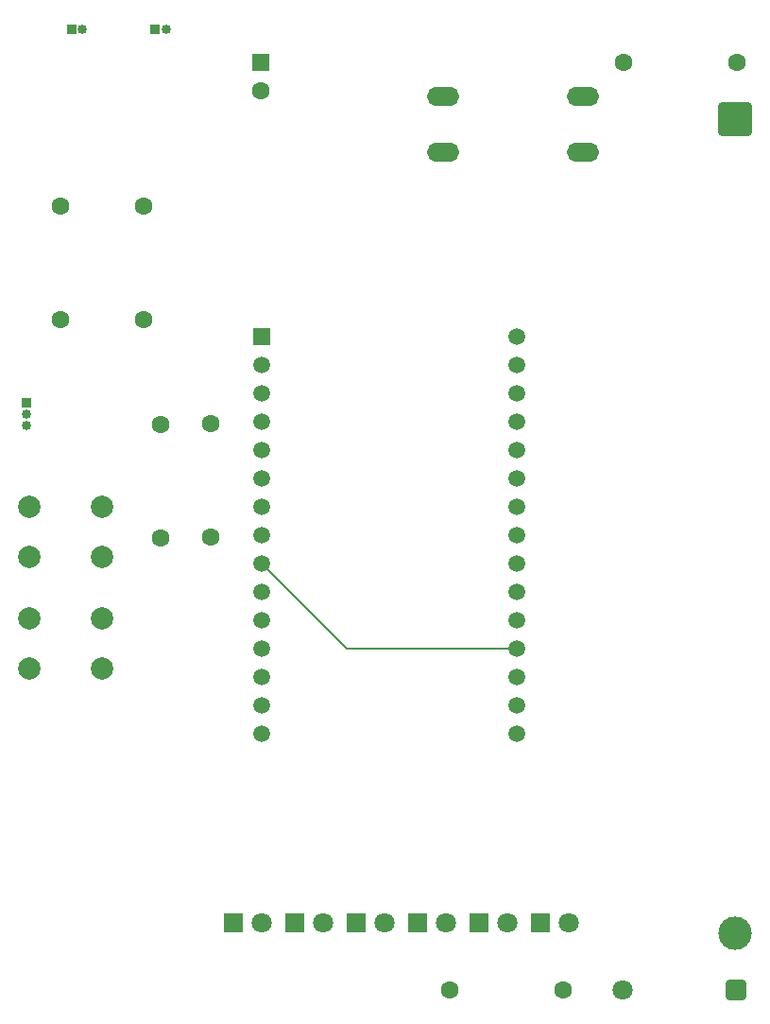
<source format=gbr>
%TF.GenerationSoftware,KiCad,Pcbnew,9.0.6*%
%TF.CreationDate,2025-12-27T01:17:39+02:00*%
%TF.ProjectId,StrikaballMultifunctionalDevice,53747269-6b61-4626-916c-6c4d756c7469,rev?*%
%TF.SameCoordinates,Original*%
%TF.FileFunction,Copper,L2,Bot*%
%TF.FilePolarity,Positive*%
%FSLAX46Y46*%
G04 Gerber Fmt 4.6, Leading zero omitted, Abs format (unit mm)*
G04 Created by KiCad (PCBNEW 9.0.6) date 2025-12-27 01:17:39*
%MOMM*%
%LPD*%
G01*
G04 APERTURE LIST*
G04 Aperture macros list*
%AMRoundRect*
0 Rectangle with rounded corners*
0 $1 Rounding radius*
0 $2 $3 $4 $5 $6 $7 $8 $9 X,Y pos of 4 corners*
0 Add a 4 corners polygon primitive as box body*
4,1,4,$2,$3,$4,$5,$6,$7,$8,$9,$2,$3,0*
0 Add four circle primitives for the rounded corners*
1,1,$1+$1,$2,$3*
1,1,$1+$1,$4,$5*
1,1,$1+$1,$6,$7*
1,1,$1+$1,$8,$9*
0 Add four rect primitives between the rounded corners*
20,1,$1+$1,$2,$3,$4,$5,0*
20,1,$1+$1,$4,$5,$6,$7,0*
20,1,$1+$1,$6,$7,$8,$9,0*
20,1,$1+$1,$8,$9,$2,$3,0*%
G04 Aperture macros list end*
%TA.AperFunction,ComponentPad*%
%ADD10RoundRect,0.249999X-1.250001X1.250001X-1.250001X-1.250001X1.250001X-1.250001X1.250001X1.250001X0*%
%TD*%
%TA.AperFunction,ComponentPad*%
%ADD11C,3.000000*%
%TD*%
%TA.AperFunction,ComponentPad*%
%ADD12C,1.600000*%
%TD*%
%TA.AperFunction,ComponentPad*%
%ADD13O,2.900000X1.700000*%
%TD*%
%TA.AperFunction,ComponentPad*%
%ADD14R,1.800000X1.800000*%
%TD*%
%TA.AperFunction,ComponentPad*%
%ADD15C,1.800000*%
%TD*%
%TA.AperFunction,ComponentPad*%
%ADD16R,0.850000X0.850000*%
%TD*%
%TA.AperFunction,ComponentPad*%
%ADD17C,0.850000*%
%TD*%
%TA.AperFunction,ComponentPad*%
%ADD18C,2.000000*%
%TD*%
%TA.AperFunction,ComponentPad*%
%ADD19RoundRect,0.250000X0.650000X0.650000X-0.650000X0.650000X-0.650000X-0.650000X0.650000X-0.650000X0*%
%TD*%
%TA.AperFunction,ComponentPad*%
%ADD20R,1.500000X1.500000*%
%TD*%
%TA.AperFunction,ComponentPad*%
%ADD21C,1.500000*%
%TD*%
%TA.AperFunction,ComponentPad*%
%ADD22RoundRect,0.250000X-0.550000X0.550000X-0.550000X-0.550000X0.550000X-0.550000X0.550000X0.550000X0*%
%TD*%
%TA.AperFunction,Conductor*%
%ADD23C,0.200000*%
%TD*%
G04 APERTURE END LIST*
D10*
%TO.P,BT1,1,+*%
%TO.N,+3.6V*%
X190500000Y-59550000D03*
D11*
%TO.P,BT1,2,-*%
%TO.N,GNDBT*%
X190500000Y-132450000D03*
%TD*%
D12*
%TO.P,R5,1*%
%TO.N,+3.6V*%
X190660000Y-54500000D03*
%TO.P,R5,2*%
%TO.N,Net-(SW3-A)*%
X180500000Y-54500000D03*
%TD*%
D13*
%TO.P,SW3,1,A*%
%TO.N,Net-(SW3-A)*%
X164330000Y-57500000D03*
X176830000Y-57500000D03*
%TO.P,SW3,2,B*%
%TO.N,+3.3V*%
X164330000Y-62500000D03*
X176830000Y-62500000D03*
%TD*%
D14*
%TO.P,D4,1,K*%
%TO.N,Net-(D1-K)*%
X145500000Y-131500000D03*
D15*
%TO.P,D4,2,A*%
%TO.N,/LED4*%
X148040000Y-131500000D03*
%TD*%
D12*
%TO.P,R3,1*%
%TO.N,/Igniter*%
X137500000Y-77500000D03*
%TO.P,R3,2*%
%TO.N,+3.6V*%
X137500000Y-67340000D03*
%TD*%
D16*
%TO.P,U1,1,VCC*%
%TO.N,Net-(Q1-D)*%
X138500000Y-51500000D03*
D17*
%TO.P,U1,2,GND*%
%TO.N,GNDBT*%
X139500000Y-51500000D03*
%TD*%
D12*
%TO.P,R2,1*%
%TO.N,Net-(U2-IO10)*%
X139000000Y-97080000D03*
%TO.P,R2,2*%
%TO.N,+3.3V*%
X139000000Y-86920000D03*
%TD*%
%TO.P,R1,1*%
%TO.N,Net-(D1-K)*%
X164920000Y-137500000D03*
%TO.P,R1,2*%
%TO.N,GND*%
X175080000Y-137500000D03*
%TD*%
D18*
%TO.P,SW1,1,1*%
%TO.N,GND*%
X127250000Y-94250000D03*
X133750000Y-94250000D03*
%TO.P,SW1,2,2*%
%TO.N,Net-(U2-IO9)*%
X127250000Y-98750000D03*
X133750000Y-98750000D03*
%TD*%
D14*
%TO.P,D1,1,K*%
%TO.N,Net-(D1-K)*%
X173000000Y-131500000D03*
D15*
%TO.P,D1,2,A*%
%TO.N,/LED1*%
X175540000Y-131500000D03*
%TD*%
D16*
%TO.P,U3,1,VCC*%
%TO.N,Net-(Q2-D)*%
X131000000Y-51500000D03*
D17*
%TO.P,U3,2,GND*%
%TO.N,GNDBT*%
X132000000Y-51500000D03*
%TD*%
D12*
%TO.P,R6,1*%
%TO.N,Net-(U2-IO9)*%
X143500000Y-97000000D03*
%TO.P,R6,2*%
%TO.N,+3.3V*%
X143500000Y-86840000D03*
%TD*%
D16*
%TO.P,U4,1,VIN*%
%TO.N,+3.3V*%
X127000000Y-85000000D03*
D17*
%TO.P,U4,2,GND*%
%TO.N,GND*%
X127000000Y-86000000D03*
%TO.P,U4,3,Data*%
%TO.N,/PIR*%
X127000000Y-87000000D03*
%TD*%
D18*
%TO.P,SW2,1,1*%
%TO.N,GND*%
X133750000Y-108750000D03*
X127250000Y-108750000D03*
%TO.P,SW2,2,2*%
%TO.N,Net-(U2-IO10)*%
X133750000Y-104250000D03*
X127250000Y-104250000D03*
%TD*%
D14*
%TO.P,D6,1,K*%
%TO.N,Net-(D1-K)*%
X151000000Y-131500000D03*
D15*
%TO.P,D6,2,A*%
%TO.N,/LED6*%
X153540000Y-131500000D03*
%TD*%
D19*
%TO.P,D7,1,K*%
%TO.N,GNDBT*%
X190580000Y-137500000D03*
D15*
%TO.P,D7,2,A*%
%TO.N,GND*%
X180420000Y-137500000D03*
%TD*%
D14*
%TO.P,D3,1,K*%
%TO.N,Net-(D1-K)*%
X162000000Y-131500000D03*
D15*
%TO.P,D3,2,A*%
%TO.N,/LED3*%
X164540000Y-131500000D03*
%TD*%
D14*
%TO.P,D2,1,K*%
%TO.N,Net-(D1-K)*%
X167500000Y-131500000D03*
D15*
%TO.P,D2,2,A*%
%TO.N,/LED2*%
X170040000Y-131500000D03*
%TD*%
D14*
%TO.P,D5,1,K*%
%TO.N,Net-(D1-K)*%
X156500000Y-131500000D03*
D15*
%TO.P,D5,2,A*%
%TO.N,/LED5*%
X159040000Y-131500000D03*
%TD*%
D20*
%TO.P,U2,1,3V3*%
%TO.N,+3.3V*%
X148070000Y-79005000D03*
D21*
%TO.P,U2,2,EN*%
%TO.N,unconnected-(U2-EN-Pad2)*%
X148070000Y-81545000D03*
%TO.P,U2,3,IO4*%
%TO.N,/LED5*%
X148070000Y-84085000D03*
%TO.P,U2,4,IO5*%
%TO.N,/LED6*%
X148070000Y-86625000D03*
%TO.P,U2,5,IO6*%
%TO.N,/Igniter*%
X148070000Y-89165000D03*
%TO.P,U2,6,IO7*%
%TO.N,/Siren*%
X148070000Y-91705000D03*
%TO.P,U2,7,IO8*%
%TO.N,/PIR*%
X148070000Y-94245000D03*
%TO.P,U2,8,IO9*%
%TO.N,Net-(U2-IO9)*%
X148070000Y-96785000D03*
%TO.P,U2,9,GND*%
%TO.N,GND*%
X148070000Y-99325000D03*
%TO.P,U2,10,IO10*%
%TO.N,Net-(U2-IO10)*%
X148070000Y-101865000D03*
%TO.P,U2,11,IO20/RXD*%
%TO.N,unconnected-(U2-IO20{slash}RXD-Pad11)*%
X148070000Y-104405000D03*
%TO.P,U2,12,IO21/TXD*%
%TO.N,unconnected-(U2-IO21{slash}TXD-Pad12)*%
X148070000Y-106945000D03*
%TO.P,U2,13,IO18*%
%TO.N,unconnected-(U2-IO18-Pad13)*%
X148070000Y-109485000D03*
%TO.P,U2,14,IO19*%
%TO.N,unconnected-(U2-IO19-Pad14)*%
X148070000Y-112025000D03*
%TO.P,U2,15,IO3*%
%TO.N,/LED4*%
X148070000Y-114565000D03*
%TO.P,U2,16,IO2*%
%TO.N,/LED3*%
X170930000Y-114565000D03*
%TO.P,U2,17,IO1*%
%TO.N,/LED2*%
X170930000Y-112025000D03*
%TO.P,U2,18,IO0*%
%TO.N,/LED1*%
X170930000Y-109485000D03*
%TO.P,U2,19,GND*%
%TO.N,GND*%
X170930000Y-106945000D03*
%TO.P,U2,20*%
%TO.N,N/C*%
X170930000Y-104405000D03*
%TO.P,U2,21*%
X170930000Y-101865000D03*
%TO.P,U2,22*%
X170930000Y-99325000D03*
%TO.P,U2,23*%
X170930000Y-96785000D03*
%TO.P,U2,24*%
X170930000Y-94245000D03*
%TO.P,U2,25*%
X170930000Y-91705000D03*
%TO.P,U2,26*%
X170930000Y-89165000D03*
%TO.P,U2,27*%
X170930000Y-86625000D03*
%TO.P,U2,28*%
X170930000Y-84085000D03*
%TO.P,U2,29*%
X170930000Y-81545000D03*
%TO.P,U2,30*%
X170930000Y-79005000D03*
%TD*%
D22*
%TO.P,C1,1*%
%TO.N,GNDBT*%
X148000000Y-54500000D03*
D12*
%TO.P,C1,2*%
%TO.N,+3.6V*%
X148000000Y-57000000D03*
%TD*%
%TO.P,R4,1*%
%TO.N,/Siren*%
X130000000Y-77500000D03*
%TO.P,R4,2*%
%TO.N,+3.6V*%
X130000000Y-67340000D03*
%TD*%
D23*
%TO.N,GND*%
X155690000Y-106945000D02*
X170930000Y-106945000D01*
X148070000Y-99325000D02*
X155690000Y-106945000D01*
%TD*%
M02*

</source>
